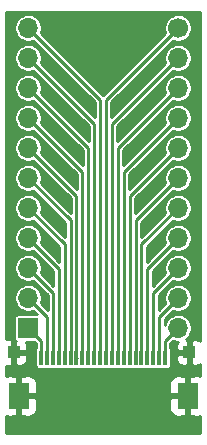
<source format=gbr>
%TF.GenerationSoftware,KiCad,Pcbnew,(5.1.7)-1*%
%TF.CreationDate,2021-02-13T22:19:47+01:00*%
%TF.ProjectId,breakout_longlcd,62726561-6b6f-4757-945f-6c6f6e676c63,rev?*%
%TF.SameCoordinates,Original*%
%TF.FileFunction,Copper,L1,Top*%
%TF.FilePolarity,Positive*%
%FSLAX46Y46*%
G04 Gerber Fmt 4.6, Leading zero omitted, Abs format (unit mm)*
G04 Created by KiCad (PCBNEW (5.1.7)-1) date 2021-02-13 22:19:47*
%MOMM*%
%LPD*%
G01*
G04 APERTURE LIST*
%TA.AperFunction,SMDPad,CuDef*%
%ADD10R,1.000000X1.000000*%
%TD*%
%TA.AperFunction,ComponentPad*%
%ADD11O,1.700000X1.700000*%
%TD*%
%TA.AperFunction,ComponentPad*%
%ADD12C,1.700000*%
%TD*%
%TA.AperFunction,ComponentPad*%
%ADD13R,1.700000X1.700000*%
%TD*%
%TA.AperFunction,SMDPad,CuDef*%
%ADD14R,0.300000X1.300000*%
%TD*%
%TA.AperFunction,SMDPad,CuDef*%
%ADD15R,1.800000X2.200000*%
%TD*%
%TA.AperFunction,ViaPad*%
%ADD16C,0.800000*%
%TD*%
%TA.AperFunction,Conductor*%
%ADD17C,0.250000*%
%TD*%
%TA.AperFunction,Conductor*%
%ADD18C,0.254000*%
%TD*%
%TA.AperFunction,Conductor*%
%ADD19C,0.100000*%
%TD*%
G04 APERTURE END LIST*
D10*
%TO.P,REF\u002A\u002A,1*%
%TO.N,GND*%
X133121400Y-107696000D03*
%TD*%
%TO.P,REF\u002A\u002A,1*%
%TO.N,GND*%
X147980400Y-107696000D03*
%TD*%
D11*
%TO.P,J3,11*%
%TO.N,Net-(J1-Pad22)*%
X147017740Y-105613200D03*
%TO.P,J3,10*%
%TO.N,Net-(J1-Pad21)*%
X147017740Y-103073200D03*
%TO.P,J3,9*%
%TO.N,Net-(J1-Pad20)*%
X147017740Y-100533200D03*
%TO.P,J3,8*%
%TO.N,Net-(J1-Pad19)*%
X147017740Y-97993200D03*
%TO.P,J3,7*%
%TO.N,Net-(J1-Pad18)*%
X147017740Y-95453200D03*
%TO.P,J3,6*%
%TO.N,Net-(J1-Pad17)*%
X147017740Y-92913200D03*
%TO.P,J3,5*%
%TO.N,Net-(J1-Pad16)*%
X147017740Y-90373200D03*
%TO.P,J3,4*%
%TO.N,Net-(J1-Pad15)*%
X147017740Y-87833200D03*
%TO.P,J3,3*%
%TO.N,Net-(J1-Pad14)*%
X147017740Y-85293200D03*
%TO.P,J3,2*%
%TO.N,Net-(J1-Pad13)*%
X147017740Y-82753200D03*
D12*
%TO.P,J3,1*%
%TO.N,Net-(J1-Pad12)*%
X147017740Y-80213200D03*
%TD*%
D11*
%TO.P,J2,11*%
%TO.N,Net-(J1-Pad11)*%
X134317740Y-80213200D03*
%TO.P,J2,10*%
%TO.N,Net-(J1-Pad10)*%
X134317740Y-82753200D03*
%TO.P,J2,9*%
%TO.N,Net-(J1-Pad9)*%
X134317740Y-85293200D03*
%TO.P,J2,8*%
%TO.N,Net-(J1-Pad8)*%
X134317740Y-87833200D03*
%TO.P,J2,7*%
%TO.N,Net-(J1-Pad7)*%
X134317740Y-90373200D03*
%TO.P,J2,6*%
%TO.N,Net-(J1-Pad6)*%
X134317740Y-92913200D03*
%TO.P,J2,5*%
%TO.N,Net-(J1-Pad5)*%
X134317740Y-95453200D03*
%TO.P,J2,4*%
%TO.N,Net-(J1-Pad4)*%
X134317740Y-97993200D03*
%TO.P,J2,3*%
%TO.N,Net-(J1-Pad3)*%
X134317740Y-100533200D03*
%TO.P,J2,2*%
%TO.N,Net-(J1-Pad2)*%
X134317740Y-103073200D03*
D13*
%TO.P,J2,1*%
%TO.N,Net-(J1-Pad1)*%
X134317740Y-105613200D03*
%TD*%
D14*
%TO.P,J1,22*%
%TO.N,Net-(J1-Pad22)*%
X145915200Y-108132000D03*
%TO.P,J1,21*%
%TO.N,Net-(J1-Pad21)*%
X145415200Y-108132000D03*
%TO.P,J1,20*%
%TO.N,Net-(J1-Pad20)*%
X144915200Y-108132000D03*
%TO.P,J1,19*%
%TO.N,Net-(J1-Pad19)*%
X144415200Y-108132000D03*
%TO.P,J1,18*%
%TO.N,Net-(J1-Pad18)*%
X143915200Y-108132000D03*
%TO.P,J1,17*%
%TO.N,Net-(J1-Pad17)*%
X143415200Y-108132000D03*
%TO.P,J1,16*%
%TO.N,Net-(J1-Pad16)*%
X142915200Y-108132000D03*
%TO.P,J1,15*%
%TO.N,Net-(J1-Pad15)*%
X142415200Y-108132000D03*
%TO.P,J1,14*%
%TO.N,Net-(J1-Pad14)*%
X141915200Y-108132000D03*
%TO.P,J1,13*%
%TO.N,Net-(J1-Pad13)*%
X141415200Y-108132000D03*
%TO.P,J1,12*%
%TO.N,Net-(J1-Pad12)*%
X140915200Y-108132000D03*
%TO.P,J1,11*%
%TO.N,Net-(J1-Pad11)*%
X140415200Y-108132000D03*
%TO.P,J1,10*%
%TO.N,Net-(J1-Pad10)*%
X139915200Y-108132000D03*
%TO.P,J1,9*%
%TO.N,Net-(J1-Pad9)*%
X139415200Y-108132000D03*
%TO.P,J1,8*%
%TO.N,Net-(J1-Pad8)*%
X138915200Y-108132000D03*
%TO.P,J1,7*%
%TO.N,Net-(J1-Pad7)*%
X138415200Y-108132000D03*
%TO.P,J1,6*%
%TO.N,Net-(J1-Pad6)*%
X137915200Y-108132000D03*
%TO.P,J1,5*%
%TO.N,Net-(J1-Pad5)*%
X137415200Y-108132000D03*
%TO.P,J1,4*%
%TO.N,Net-(J1-Pad4)*%
X136915200Y-108132000D03*
%TO.P,J1,3*%
%TO.N,Net-(J1-Pad3)*%
X136415200Y-108132000D03*
%TO.P,J1,2*%
%TO.N,Net-(J1-Pad2)*%
X135915200Y-108132000D03*
%TO.P,J1,1*%
%TO.N,Net-(J1-Pad1)*%
X135415200Y-108132000D03*
D15*
%TO.P,J1,MP*%
%TO.N,GND*%
X133515200Y-111382000D03*
X147815200Y-111382000D03*
%TD*%
D16*
%TO.N,GND*%
X147853400Y-113893600D03*
X133527800Y-113792000D03*
X140690600Y-80162400D03*
%TD*%
D17*
%TO.N,Net-(J1-Pad22)*%
X145915200Y-106715740D02*
X147017740Y-105613200D01*
X145915200Y-108132000D02*
X145915200Y-106715740D01*
%TO.N,Net-(J1-Pad21)*%
X145417740Y-108129460D02*
X145417740Y-104673200D01*
X145417740Y-104673200D02*
X147017740Y-103073200D01*
X145415200Y-108132000D02*
X145417740Y-108129460D01*
%TO.N,Net-(J1-Pad20)*%
X144917740Y-102633200D02*
X147017740Y-100533200D01*
X144917740Y-108129460D02*
X144917740Y-102633200D01*
X144915200Y-108132000D02*
X144917740Y-108129460D01*
%TO.N,Net-(J1-Pad19)*%
X144417740Y-108129460D02*
X144417740Y-100593200D01*
X144417740Y-100593200D02*
X147017740Y-97993200D01*
X144415200Y-108132000D02*
X144417740Y-108129460D01*
%TO.N,Net-(J1-Pad18)*%
X143917740Y-98553200D02*
X147017740Y-95453200D01*
X143917740Y-108129460D02*
X143917740Y-98553200D01*
X143915200Y-108132000D02*
X143917740Y-108129460D01*
%TO.N,Net-(J1-Pad17)*%
X143417740Y-96513200D02*
X147017740Y-92913200D01*
X143417740Y-108129460D02*
X143417740Y-96513200D01*
X143415200Y-108132000D02*
X143417740Y-108129460D01*
%TO.N,Net-(J1-Pad16)*%
X142917740Y-108129460D02*
X142915200Y-108132000D01*
X142917740Y-94473200D02*
X142917740Y-108129460D01*
X147017740Y-90373200D02*
X142917740Y-94473200D01*
%TO.N,Net-(J1-Pad15)*%
X142417740Y-108129460D02*
X142415200Y-108132000D01*
X142417740Y-92433200D02*
X142417740Y-108129460D01*
X147017740Y-87833200D02*
X142417740Y-92433200D01*
%TO.N,Net-(J1-Pad14)*%
X141917740Y-108129460D02*
X141915200Y-108132000D01*
X141917740Y-90393200D02*
X141917740Y-108129460D01*
X147017740Y-85293200D02*
X141917740Y-90393200D01*
%TO.N,Net-(J1-Pad13)*%
X141417740Y-108129460D02*
X141415200Y-108132000D01*
X141417740Y-88353200D02*
X141417740Y-108129460D01*
X147017740Y-82753200D02*
X141417740Y-88353200D01*
%TO.N,Net-(J1-Pad12)*%
X140917740Y-108129460D02*
X140915200Y-108132000D01*
X140917740Y-86313200D02*
X140917740Y-108129460D01*
X147017740Y-80213200D02*
X140917740Y-86313200D01*
%TO.N,Net-(J1-Pad11)*%
X140417740Y-108129460D02*
X140415200Y-108132000D01*
X140417740Y-86313200D02*
X140417740Y-108129460D01*
X134317740Y-80213200D02*
X140417740Y-86313200D01*
%TO.N,Net-(J1-Pad10)*%
X139917740Y-108129460D02*
X139915200Y-108132000D01*
X139917740Y-88353200D02*
X139917740Y-108129460D01*
X134317740Y-82753200D02*
X139917740Y-88353200D01*
%TO.N,Net-(J1-Pad9)*%
X139417740Y-108129460D02*
X139415200Y-108132000D01*
X139417740Y-90393200D02*
X139417740Y-108129460D01*
X134317740Y-85293200D02*
X139417740Y-90393200D01*
%TO.N,Net-(J1-Pad8)*%
X138917740Y-92433200D02*
X134317740Y-87833200D01*
X138917740Y-108129460D02*
X138917740Y-92433200D01*
X138915200Y-108132000D02*
X138917740Y-108129460D01*
%TO.N,Net-(J1-Pad7)*%
X138367750Y-94423210D02*
X134317740Y-90373200D01*
X138367750Y-108139210D02*
X138367750Y-94423210D01*
X138417740Y-108189200D02*
X138367750Y-108139210D01*
%TO.N,Net-(J1-Pad6)*%
X137917740Y-96513200D02*
X134317740Y-92913200D01*
X137917740Y-108129460D02*
X137917740Y-96513200D01*
X137915200Y-108132000D02*
X137917740Y-108129460D01*
%TO.N,Net-(J1-Pad5)*%
X137417740Y-108129460D02*
X137417740Y-98553200D01*
X137417740Y-98553200D02*
X134317740Y-95453200D01*
X137415200Y-108132000D02*
X137417740Y-108129460D01*
%TO.N,Net-(J1-Pad4)*%
X136917740Y-100593200D02*
X134317740Y-97993200D01*
X136917740Y-108129460D02*
X136917740Y-100593200D01*
X136915200Y-108132000D02*
X136917740Y-108129460D01*
%TO.N,Net-(J1-Pad3)*%
X136417740Y-102633200D02*
X134317740Y-100533200D01*
X136417740Y-108129460D02*
X136417740Y-102633200D01*
X136415200Y-108132000D02*
X136417740Y-108129460D01*
%TO.N,Net-(J1-Pad2)*%
X135917740Y-104673200D02*
X134317740Y-103073200D01*
X135917740Y-108129460D02*
X135917740Y-104673200D01*
X135915200Y-108132000D02*
X135917740Y-108129460D01*
%TO.N,Net-(J1-Pad1)*%
X135415200Y-106710660D02*
X134317740Y-105613200D01*
X135415200Y-108132000D02*
X135415200Y-106710660D01*
%TD*%
D18*
%TO.N,GND*%
X148898400Y-106717581D02*
X148834894Y-106665463D01*
X148724580Y-106606498D01*
X148604882Y-106570188D01*
X148480400Y-106557928D01*
X148266150Y-106561000D01*
X148107400Y-106719750D01*
X148107400Y-107569000D01*
X148127400Y-107569000D01*
X148127400Y-107823000D01*
X148107400Y-107823000D01*
X148107400Y-108672250D01*
X148266150Y-108831000D01*
X148480400Y-108834072D01*
X148604882Y-108821812D01*
X148724580Y-108785502D01*
X148834894Y-108726537D01*
X148898400Y-108674419D01*
X148898400Y-109674000D01*
X148839682Y-109656188D01*
X148715200Y-109643928D01*
X148100950Y-109647000D01*
X147942200Y-109805750D01*
X147942200Y-111255000D01*
X147962200Y-111255000D01*
X147962200Y-111509000D01*
X147942200Y-111509000D01*
X147942200Y-112958250D01*
X148100950Y-113117000D01*
X148715200Y-113120072D01*
X148839682Y-113107812D01*
X148898400Y-113090000D01*
X148898400Y-114506800D01*
X132482800Y-114506800D01*
X132482800Y-113105410D01*
X132490718Y-113107812D01*
X132615200Y-113120072D01*
X133229450Y-113117000D01*
X133388200Y-112958250D01*
X133388200Y-111509000D01*
X133642200Y-111509000D01*
X133642200Y-112958250D01*
X133800950Y-113117000D01*
X134415200Y-113120072D01*
X134539682Y-113107812D01*
X134659380Y-113071502D01*
X134769694Y-113012537D01*
X134866385Y-112933185D01*
X134945737Y-112836494D01*
X135004702Y-112726180D01*
X135041012Y-112606482D01*
X135053272Y-112482000D01*
X146277128Y-112482000D01*
X146289388Y-112606482D01*
X146325698Y-112726180D01*
X146384663Y-112836494D01*
X146464015Y-112933185D01*
X146560706Y-113012537D01*
X146671020Y-113071502D01*
X146790718Y-113107812D01*
X146915200Y-113120072D01*
X147529450Y-113117000D01*
X147688200Y-112958250D01*
X147688200Y-111509000D01*
X146438950Y-111509000D01*
X146280200Y-111667750D01*
X146277128Y-112482000D01*
X135053272Y-112482000D01*
X135050200Y-111667750D01*
X134891450Y-111509000D01*
X133642200Y-111509000D01*
X133388200Y-111509000D01*
X133368200Y-111509000D01*
X133368200Y-111255000D01*
X133388200Y-111255000D01*
X133388200Y-109805750D01*
X133642200Y-109805750D01*
X133642200Y-111255000D01*
X134891450Y-111255000D01*
X135050200Y-111096250D01*
X135053272Y-110282000D01*
X146277128Y-110282000D01*
X146280200Y-111096250D01*
X146438950Y-111255000D01*
X147688200Y-111255000D01*
X147688200Y-109805750D01*
X147529450Y-109647000D01*
X146915200Y-109643928D01*
X146790718Y-109656188D01*
X146671020Y-109692498D01*
X146560706Y-109751463D01*
X146464015Y-109830815D01*
X146384663Y-109927506D01*
X146325698Y-110037820D01*
X146289388Y-110157518D01*
X146277128Y-110282000D01*
X135053272Y-110282000D01*
X135041012Y-110157518D01*
X135004702Y-110037820D01*
X134945737Y-109927506D01*
X134866385Y-109830815D01*
X134769694Y-109751463D01*
X134659380Y-109692498D01*
X134539682Y-109656188D01*
X134415200Y-109643928D01*
X133800950Y-109647000D01*
X133642200Y-109805750D01*
X133388200Y-109805750D01*
X133229450Y-109647000D01*
X132615200Y-109643928D01*
X132490718Y-109656188D01*
X132482800Y-109658590D01*
X132482800Y-108817529D01*
X132496918Y-108821812D01*
X132621400Y-108834072D01*
X132835650Y-108831000D01*
X132994400Y-108672250D01*
X132994400Y-107823000D01*
X133248400Y-107823000D01*
X133248400Y-108672250D01*
X133407150Y-108831000D01*
X133621400Y-108834072D01*
X133745882Y-108821812D01*
X133865580Y-108785502D01*
X133975894Y-108726537D01*
X134072585Y-108647185D01*
X134151937Y-108550494D01*
X134210902Y-108440180D01*
X134247212Y-108320482D01*
X134259472Y-108196000D01*
X134256400Y-107981750D01*
X134097650Y-107823000D01*
X133248400Y-107823000D01*
X132994400Y-107823000D01*
X132974400Y-107823000D01*
X132974400Y-107569000D01*
X132994400Y-107569000D01*
X132994400Y-106719750D01*
X132835650Y-106561000D01*
X132621400Y-106557928D01*
X132496918Y-106570188D01*
X132482800Y-106574471D01*
X132482800Y-104763200D01*
X133139158Y-104763200D01*
X133139158Y-106463200D01*
X133145472Y-106527303D01*
X133164170Y-106588943D01*
X133194534Y-106645750D01*
X133235397Y-106695543D01*
X133255835Y-106712315D01*
X133248400Y-106719750D01*
X133248400Y-107569000D01*
X134097650Y-107569000D01*
X134256400Y-107410250D01*
X134259472Y-107196000D01*
X134247212Y-107071518D01*
X134210902Y-106951820D01*
X134151937Y-106841506D01*
X134111130Y-106791782D01*
X134857098Y-106791782D01*
X134963201Y-106897885D01*
X134963201Y-107353319D01*
X134961630Y-107356257D01*
X134942932Y-107417897D01*
X134936618Y-107482000D01*
X134936618Y-108782000D01*
X134942932Y-108846103D01*
X134961630Y-108907743D01*
X134991994Y-108964550D01*
X135032857Y-109014343D01*
X135082650Y-109055206D01*
X135139457Y-109085570D01*
X135201097Y-109104268D01*
X135265200Y-109110582D01*
X135565200Y-109110582D01*
X135629303Y-109104268D01*
X135665200Y-109093379D01*
X135701097Y-109104268D01*
X135765200Y-109110582D01*
X136065200Y-109110582D01*
X136129303Y-109104268D01*
X136165200Y-109093379D01*
X136201097Y-109104268D01*
X136265200Y-109110582D01*
X136565200Y-109110582D01*
X136629303Y-109104268D01*
X136665200Y-109093379D01*
X136701097Y-109104268D01*
X136765200Y-109110582D01*
X137065200Y-109110582D01*
X137129303Y-109104268D01*
X137165200Y-109093379D01*
X137201097Y-109104268D01*
X137265200Y-109110582D01*
X137565200Y-109110582D01*
X137629303Y-109104268D01*
X137665200Y-109093379D01*
X137701097Y-109104268D01*
X137765200Y-109110582D01*
X138065200Y-109110582D01*
X138129303Y-109104268D01*
X138165200Y-109093379D01*
X138201097Y-109104268D01*
X138265200Y-109110582D01*
X138565200Y-109110582D01*
X138629303Y-109104268D01*
X138665200Y-109093379D01*
X138701097Y-109104268D01*
X138765200Y-109110582D01*
X139065200Y-109110582D01*
X139129303Y-109104268D01*
X139165200Y-109093379D01*
X139201097Y-109104268D01*
X139265200Y-109110582D01*
X139565200Y-109110582D01*
X139629303Y-109104268D01*
X139665200Y-109093379D01*
X139701097Y-109104268D01*
X139765200Y-109110582D01*
X140065200Y-109110582D01*
X140129303Y-109104268D01*
X140165200Y-109093379D01*
X140201097Y-109104268D01*
X140265200Y-109110582D01*
X140565200Y-109110582D01*
X140629303Y-109104268D01*
X140665200Y-109093379D01*
X140701097Y-109104268D01*
X140765200Y-109110582D01*
X141065200Y-109110582D01*
X141129303Y-109104268D01*
X141165200Y-109093379D01*
X141201097Y-109104268D01*
X141265200Y-109110582D01*
X141565200Y-109110582D01*
X141629303Y-109104268D01*
X141665200Y-109093379D01*
X141701097Y-109104268D01*
X141765200Y-109110582D01*
X142065200Y-109110582D01*
X142129303Y-109104268D01*
X142165200Y-109093379D01*
X142201097Y-109104268D01*
X142265200Y-109110582D01*
X142565200Y-109110582D01*
X142629303Y-109104268D01*
X142665200Y-109093379D01*
X142701097Y-109104268D01*
X142765200Y-109110582D01*
X143065200Y-109110582D01*
X143129303Y-109104268D01*
X143165200Y-109093379D01*
X143201097Y-109104268D01*
X143265200Y-109110582D01*
X143565200Y-109110582D01*
X143629303Y-109104268D01*
X143665200Y-109093379D01*
X143701097Y-109104268D01*
X143765200Y-109110582D01*
X144065200Y-109110582D01*
X144129303Y-109104268D01*
X144165200Y-109093379D01*
X144201097Y-109104268D01*
X144265200Y-109110582D01*
X144565200Y-109110582D01*
X144629303Y-109104268D01*
X144665200Y-109093379D01*
X144701097Y-109104268D01*
X144765200Y-109110582D01*
X145065200Y-109110582D01*
X145129303Y-109104268D01*
X145165200Y-109093379D01*
X145201097Y-109104268D01*
X145265200Y-109110582D01*
X145565200Y-109110582D01*
X145629303Y-109104268D01*
X145665200Y-109093379D01*
X145701097Y-109104268D01*
X145765200Y-109110582D01*
X146065200Y-109110582D01*
X146129303Y-109104268D01*
X146190943Y-109085570D01*
X146247750Y-109055206D01*
X146297543Y-109014343D01*
X146338406Y-108964550D01*
X146368770Y-108907743D01*
X146387468Y-108846103D01*
X146393782Y-108782000D01*
X146393782Y-108196000D01*
X146842328Y-108196000D01*
X146854588Y-108320482D01*
X146890898Y-108440180D01*
X146949863Y-108550494D01*
X147029215Y-108647185D01*
X147125906Y-108726537D01*
X147236220Y-108785502D01*
X147355918Y-108821812D01*
X147480400Y-108834072D01*
X147694650Y-108831000D01*
X147853400Y-108672250D01*
X147853400Y-107823000D01*
X147004150Y-107823000D01*
X146845400Y-107981750D01*
X146842328Y-108196000D01*
X146393782Y-108196000D01*
X146393782Y-107482000D01*
X146387468Y-107417897D01*
X146368770Y-107356257D01*
X146367200Y-107353320D01*
X146367200Y-106902963D01*
X146568902Y-106701261D01*
X146674422Y-106744969D01*
X146901816Y-106790200D01*
X146991969Y-106790200D01*
X146949863Y-106841506D01*
X146890898Y-106951820D01*
X146854588Y-107071518D01*
X146842328Y-107196000D01*
X146845400Y-107410250D01*
X147004150Y-107569000D01*
X147853400Y-107569000D01*
X147853400Y-106719750D01*
X147703923Y-106570273D01*
X147768034Y-106527436D01*
X147931976Y-106363494D01*
X148060784Y-106170719D01*
X148149509Y-105956518D01*
X148194740Y-105729124D01*
X148194740Y-105497276D01*
X148149509Y-105269882D01*
X148060784Y-105055681D01*
X147931976Y-104862906D01*
X147768034Y-104698964D01*
X147575259Y-104570156D01*
X147361058Y-104481431D01*
X147133664Y-104436200D01*
X146901816Y-104436200D01*
X146674422Y-104481431D01*
X146460221Y-104570156D01*
X146267446Y-104698964D01*
X146103504Y-104862906D01*
X145974696Y-105055681D01*
X145885971Y-105269882D01*
X145869740Y-105351482D01*
X145869740Y-104860423D01*
X146568902Y-104161261D01*
X146674422Y-104204969D01*
X146901816Y-104250200D01*
X147133664Y-104250200D01*
X147361058Y-104204969D01*
X147575259Y-104116244D01*
X147768034Y-103987436D01*
X147931976Y-103823494D01*
X148060784Y-103630719D01*
X148149509Y-103416518D01*
X148194740Y-103189124D01*
X148194740Y-102957276D01*
X148149509Y-102729882D01*
X148060784Y-102515681D01*
X147931976Y-102322906D01*
X147768034Y-102158964D01*
X147575259Y-102030156D01*
X147361058Y-101941431D01*
X147133664Y-101896200D01*
X146901816Y-101896200D01*
X146674422Y-101941431D01*
X146460221Y-102030156D01*
X146267446Y-102158964D01*
X146103504Y-102322906D01*
X145974696Y-102515681D01*
X145885971Y-102729882D01*
X145840740Y-102957276D01*
X145840740Y-103189124D01*
X145885971Y-103416518D01*
X145929679Y-103522038D01*
X145369740Y-104081977D01*
X145369740Y-102820423D01*
X146568903Y-101621261D01*
X146674422Y-101664969D01*
X146901816Y-101710200D01*
X147133664Y-101710200D01*
X147361058Y-101664969D01*
X147575259Y-101576244D01*
X147768034Y-101447436D01*
X147931976Y-101283494D01*
X148060784Y-101090719D01*
X148149509Y-100876518D01*
X148194740Y-100649124D01*
X148194740Y-100417276D01*
X148149509Y-100189882D01*
X148060784Y-99975681D01*
X147931976Y-99782906D01*
X147768034Y-99618964D01*
X147575259Y-99490156D01*
X147361058Y-99401431D01*
X147133664Y-99356200D01*
X146901816Y-99356200D01*
X146674422Y-99401431D01*
X146460221Y-99490156D01*
X146267446Y-99618964D01*
X146103504Y-99782906D01*
X145974696Y-99975681D01*
X145885971Y-100189882D01*
X145840740Y-100417276D01*
X145840740Y-100649124D01*
X145885971Y-100876518D01*
X145929679Y-100982037D01*
X144869740Y-102041977D01*
X144869740Y-100780423D01*
X146568903Y-99081262D01*
X146674422Y-99124969D01*
X146901816Y-99170200D01*
X147133664Y-99170200D01*
X147361058Y-99124969D01*
X147575259Y-99036244D01*
X147768034Y-98907436D01*
X147931976Y-98743494D01*
X148060784Y-98550719D01*
X148149509Y-98336518D01*
X148194740Y-98109124D01*
X148194740Y-97877276D01*
X148149509Y-97649882D01*
X148060784Y-97435681D01*
X147931976Y-97242906D01*
X147768034Y-97078964D01*
X147575259Y-96950156D01*
X147361058Y-96861431D01*
X147133664Y-96816200D01*
X146901816Y-96816200D01*
X146674422Y-96861431D01*
X146460221Y-96950156D01*
X146267446Y-97078964D01*
X146103504Y-97242906D01*
X145974696Y-97435681D01*
X145885971Y-97649882D01*
X145840740Y-97877276D01*
X145840740Y-98109124D01*
X145885971Y-98336518D01*
X145929678Y-98442037D01*
X144369740Y-100001977D01*
X144369740Y-98740423D01*
X146568902Y-96541261D01*
X146674422Y-96584969D01*
X146901816Y-96630200D01*
X147133664Y-96630200D01*
X147361058Y-96584969D01*
X147575259Y-96496244D01*
X147768034Y-96367436D01*
X147931976Y-96203494D01*
X148060784Y-96010719D01*
X148149509Y-95796518D01*
X148194740Y-95569124D01*
X148194740Y-95337276D01*
X148149509Y-95109882D01*
X148060784Y-94895681D01*
X147931976Y-94702906D01*
X147768034Y-94538964D01*
X147575259Y-94410156D01*
X147361058Y-94321431D01*
X147133664Y-94276200D01*
X146901816Y-94276200D01*
X146674422Y-94321431D01*
X146460221Y-94410156D01*
X146267446Y-94538964D01*
X146103504Y-94702906D01*
X145974696Y-94895681D01*
X145885971Y-95109882D01*
X145840740Y-95337276D01*
X145840740Y-95569124D01*
X145885971Y-95796518D01*
X145929679Y-95902038D01*
X143869740Y-97961977D01*
X143869740Y-96700423D01*
X146568902Y-94001261D01*
X146674422Y-94044969D01*
X146901816Y-94090200D01*
X147133664Y-94090200D01*
X147361058Y-94044969D01*
X147575259Y-93956244D01*
X147768034Y-93827436D01*
X147931976Y-93663494D01*
X148060784Y-93470719D01*
X148149509Y-93256518D01*
X148194740Y-93029124D01*
X148194740Y-92797276D01*
X148149509Y-92569882D01*
X148060784Y-92355681D01*
X147931976Y-92162906D01*
X147768034Y-91998964D01*
X147575259Y-91870156D01*
X147361058Y-91781431D01*
X147133664Y-91736200D01*
X146901816Y-91736200D01*
X146674422Y-91781431D01*
X146460221Y-91870156D01*
X146267446Y-91998964D01*
X146103504Y-92162906D01*
X145974696Y-92355681D01*
X145885971Y-92569882D01*
X145840740Y-92797276D01*
X145840740Y-93029124D01*
X145885971Y-93256518D01*
X145929679Y-93362038D01*
X143369740Y-95921977D01*
X143369740Y-94660423D01*
X146568902Y-91461261D01*
X146674422Y-91504969D01*
X146901816Y-91550200D01*
X147133664Y-91550200D01*
X147361058Y-91504969D01*
X147575259Y-91416244D01*
X147768034Y-91287436D01*
X147931976Y-91123494D01*
X148060784Y-90930719D01*
X148149509Y-90716518D01*
X148194740Y-90489124D01*
X148194740Y-90257276D01*
X148149509Y-90029882D01*
X148060784Y-89815681D01*
X147931976Y-89622906D01*
X147768034Y-89458964D01*
X147575259Y-89330156D01*
X147361058Y-89241431D01*
X147133664Y-89196200D01*
X146901816Y-89196200D01*
X146674422Y-89241431D01*
X146460221Y-89330156D01*
X146267446Y-89458964D01*
X146103504Y-89622906D01*
X145974696Y-89815681D01*
X145885971Y-90029882D01*
X145840740Y-90257276D01*
X145840740Y-90489124D01*
X145885971Y-90716518D01*
X145929679Y-90822038D01*
X142869740Y-93881977D01*
X142869740Y-92620423D01*
X146568903Y-88921262D01*
X146674422Y-88964969D01*
X146901816Y-89010200D01*
X147133664Y-89010200D01*
X147361058Y-88964969D01*
X147575259Y-88876244D01*
X147768034Y-88747436D01*
X147931976Y-88583494D01*
X148060784Y-88390719D01*
X148149509Y-88176518D01*
X148194740Y-87949124D01*
X148194740Y-87717276D01*
X148149509Y-87489882D01*
X148060784Y-87275681D01*
X147931976Y-87082906D01*
X147768034Y-86918964D01*
X147575259Y-86790156D01*
X147361058Y-86701431D01*
X147133664Y-86656200D01*
X146901816Y-86656200D01*
X146674422Y-86701431D01*
X146460221Y-86790156D01*
X146267446Y-86918964D01*
X146103504Y-87082906D01*
X145974696Y-87275681D01*
X145885971Y-87489882D01*
X145840740Y-87717276D01*
X145840740Y-87949124D01*
X145885971Y-88176518D01*
X145929678Y-88282037D01*
X142369740Y-91841977D01*
X142369740Y-90580423D01*
X146568903Y-86381262D01*
X146674422Y-86424969D01*
X146901816Y-86470200D01*
X147133664Y-86470200D01*
X147361058Y-86424969D01*
X147575259Y-86336244D01*
X147768034Y-86207436D01*
X147931976Y-86043494D01*
X148060784Y-85850719D01*
X148149509Y-85636518D01*
X148194740Y-85409124D01*
X148194740Y-85177276D01*
X148149509Y-84949882D01*
X148060784Y-84735681D01*
X147931976Y-84542906D01*
X147768034Y-84378964D01*
X147575259Y-84250156D01*
X147361058Y-84161431D01*
X147133664Y-84116200D01*
X146901816Y-84116200D01*
X146674422Y-84161431D01*
X146460221Y-84250156D01*
X146267446Y-84378964D01*
X146103504Y-84542906D01*
X145974696Y-84735681D01*
X145885971Y-84949882D01*
X145840740Y-85177276D01*
X145840740Y-85409124D01*
X145885971Y-85636518D01*
X145929678Y-85742037D01*
X141869740Y-89801977D01*
X141869740Y-88540423D01*
X146568902Y-83841261D01*
X146674422Y-83884969D01*
X146901816Y-83930200D01*
X147133664Y-83930200D01*
X147361058Y-83884969D01*
X147575259Y-83796244D01*
X147768034Y-83667436D01*
X147931976Y-83503494D01*
X148060784Y-83310719D01*
X148149509Y-83096518D01*
X148194740Y-82869124D01*
X148194740Y-82637276D01*
X148149509Y-82409882D01*
X148060784Y-82195681D01*
X147931976Y-82002906D01*
X147768034Y-81838964D01*
X147575259Y-81710156D01*
X147361058Y-81621431D01*
X147133664Y-81576200D01*
X146901816Y-81576200D01*
X146674422Y-81621431D01*
X146460221Y-81710156D01*
X146267446Y-81838964D01*
X146103504Y-82002906D01*
X145974696Y-82195681D01*
X145885971Y-82409882D01*
X145840740Y-82637276D01*
X145840740Y-82869124D01*
X145885971Y-83096518D01*
X145929679Y-83202038D01*
X141369740Y-87761977D01*
X141369740Y-86500423D01*
X146568903Y-81301261D01*
X146674422Y-81344969D01*
X146901816Y-81390200D01*
X147133664Y-81390200D01*
X147361058Y-81344969D01*
X147575259Y-81256244D01*
X147768034Y-81127436D01*
X147931976Y-80963494D01*
X148060784Y-80770719D01*
X148149509Y-80556518D01*
X148194740Y-80329124D01*
X148194740Y-80097276D01*
X148149509Y-79869882D01*
X148060784Y-79655681D01*
X147931976Y-79462906D01*
X147768034Y-79298964D01*
X147575259Y-79170156D01*
X147361058Y-79081431D01*
X147133664Y-79036200D01*
X146901816Y-79036200D01*
X146674422Y-79081431D01*
X146460221Y-79170156D01*
X146267446Y-79298964D01*
X146103504Y-79462906D01*
X145974696Y-79655681D01*
X145885971Y-79869882D01*
X145840740Y-80097276D01*
X145840740Y-80329124D01*
X145885971Y-80556518D01*
X145929679Y-80662037D01*
X140667740Y-85923976D01*
X135405801Y-80662038D01*
X135449509Y-80556518D01*
X135494740Y-80329124D01*
X135494740Y-80097276D01*
X135449509Y-79869882D01*
X135360784Y-79655681D01*
X135231976Y-79462906D01*
X135068034Y-79298964D01*
X134875259Y-79170156D01*
X134661058Y-79081431D01*
X134433664Y-79036200D01*
X134201816Y-79036200D01*
X133974422Y-79081431D01*
X133760221Y-79170156D01*
X133567446Y-79298964D01*
X133403504Y-79462906D01*
X133274696Y-79655681D01*
X133185971Y-79869882D01*
X133140740Y-80097276D01*
X133140740Y-80329124D01*
X133185971Y-80556518D01*
X133274696Y-80770719D01*
X133403504Y-80963494D01*
X133567446Y-81127436D01*
X133760221Y-81256244D01*
X133974422Y-81344969D01*
X134201816Y-81390200D01*
X134433664Y-81390200D01*
X134661058Y-81344969D01*
X134766578Y-81301261D01*
X139965740Y-86500424D01*
X139965740Y-87761976D01*
X135405801Y-83202038D01*
X135449509Y-83096518D01*
X135494740Y-82869124D01*
X135494740Y-82637276D01*
X135449509Y-82409882D01*
X135360784Y-82195681D01*
X135231976Y-82002906D01*
X135068034Y-81838964D01*
X134875259Y-81710156D01*
X134661058Y-81621431D01*
X134433664Y-81576200D01*
X134201816Y-81576200D01*
X133974422Y-81621431D01*
X133760221Y-81710156D01*
X133567446Y-81838964D01*
X133403504Y-82002906D01*
X133274696Y-82195681D01*
X133185971Y-82409882D01*
X133140740Y-82637276D01*
X133140740Y-82869124D01*
X133185971Y-83096518D01*
X133274696Y-83310719D01*
X133403504Y-83503494D01*
X133567446Y-83667436D01*
X133760221Y-83796244D01*
X133974422Y-83884969D01*
X134201816Y-83930200D01*
X134433664Y-83930200D01*
X134661058Y-83884969D01*
X134766578Y-83841261D01*
X139465740Y-88540424D01*
X139465740Y-89801975D01*
X135405801Y-85742038D01*
X135449509Y-85636518D01*
X135494740Y-85409124D01*
X135494740Y-85177276D01*
X135449509Y-84949882D01*
X135360784Y-84735681D01*
X135231976Y-84542906D01*
X135068034Y-84378964D01*
X134875259Y-84250156D01*
X134661058Y-84161431D01*
X134433664Y-84116200D01*
X134201816Y-84116200D01*
X133974422Y-84161431D01*
X133760221Y-84250156D01*
X133567446Y-84378964D01*
X133403504Y-84542906D01*
X133274696Y-84735681D01*
X133185971Y-84949882D01*
X133140740Y-85177276D01*
X133140740Y-85409124D01*
X133185971Y-85636518D01*
X133274696Y-85850719D01*
X133403504Y-86043494D01*
X133567446Y-86207436D01*
X133760221Y-86336244D01*
X133974422Y-86424969D01*
X134201816Y-86470200D01*
X134433664Y-86470200D01*
X134661058Y-86424969D01*
X134766578Y-86381261D01*
X138965740Y-90580425D01*
X138965740Y-91841975D01*
X135405801Y-88282038D01*
X135449509Y-88176518D01*
X135494740Y-87949124D01*
X135494740Y-87717276D01*
X135449509Y-87489882D01*
X135360784Y-87275681D01*
X135231976Y-87082906D01*
X135068034Y-86918964D01*
X134875259Y-86790156D01*
X134661058Y-86701431D01*
X134433664Y-86656200D01*
X134201816Y-86656200D01*
X133974422Y-86701431D01*
X133760221Y-86790156D01*
X133567446Y-86918964D01*
X133403504Y-87082906D01*
X133274696Y-87275681D01*
X133185971Y-87489882D01*
X133140740Y-87717276D01*
X133140740Y-87949124D01*
X133185971Y-88176518D01*
X133274696Y-88390719D01*
X133403504Y-88583494D01*
X133567446Y-88747436D01*
X133760221Y-88876244D01*
X133974422Y-88964969D01*
X134201816Y-89010200D01*
X134433664Y-89010200D01*
X134661058Y-88964969D01*
X134766578Y-88921261D01*
X138465741Y-92620426D01*
X138465741Y-93881976D01*
X135405801Y-90822038D01*
X135449509Y-90716518D01*
X135494740Y-90489124D01*
X135494740Y-90257276D01*
X135449509Y-90029882D01*
X135360784Y-89815681D01*
X135231976Y-89622906D01*
X135068034Y-89458964D01*
X134875259Y-89330156D01*
X134661058Y-89241431D01*
X134433664Y-89196200D01*
X134201816Y-89196200D01*
X133974422Y-89241431D01*
X133760221Y-89330156D01*
X133567446Y-89458964D01*
X133403504Y-89622906D01*
X133274696Y-89815681D01*
X133185971Y-90029882D01*
X133140740Y-90257276D01*
X133140740Y-90489124D01*
X133185971Y-90716518D01*
X133274696Y-90930719D01*
X133403504Y-91123494D01*
X133567446Y-91287436D01*
X133760221Y-91416244D01*
X133974422Y-91504969D01*
X134201816Y-91550200D01*
X134433664Y-91550200D01*
X134661058Y-91504969D01*
X134766578Y-91461261D01*
X137915751Y-94610436D01*
X137915751Y-95871987D01*
X135405801Y-93362038D01*
X135449509Y-93256518D01*
X135494740Y-93029124D01*
X135494740Y-92797276D01*
X135449509Y-92569882D01*
X135360784Y-92355681D01*
X135231976Y-92162906D01*
X135068034Y-91998964D01*
X134875259Y-91870156D01*
X134661058Y-91781431D01*
X134433664Y-91736200D01*
X134201816Y-91736200D01*
X133974422Y-91781431D01*
X133760221Y-91870156D01*
X133567446Y-91998964D01*
X133403504Y-92162906D01*
X133274696Y-92355681D01*
X133185971Y-92569882D01*
X133140740Y-92797276D01*
X133140740Y-93029124D01*
X133185971Y-93256518D01*
X133274696Y-93470719D01*
X133403504Y-93663494D01*
X133567446Y-93827436D01*
X133760221Y-93956244D01*
X133974422Y-94044969D01*
X134201816Y-94090200D01*
X134433664Y-94090200D01*
X134661058Y-94044969D01*
X134766578Y-94001261D01*
X137465741Y-96700425D01*
X137465741Y-97961977D01*
X135405801Y-95902038D01*
X135449509Y-95796518D01*
X135494740Y-95569124D01*
X135494740Y-95337276D01*
X135449509Y-95109882D01*
X135360784Y-94895681D01*
X135231976Y-94702906D01*
X135068034Y-94538964D01*
X134875259Y-94410156D01*
X134661058Y-94321431D01*
X134433664Y-94276200D01*
X134201816Y-94276200D01*
X133974422Y-94321431D01*
X133760221Y-94410156D01*
X133567446Y-94538964D01*
X133403504Y-94702906D01*
X133274696Y-94895681D01*
X133185971Y-95109882D01*
X133140740Y-95337276D01*
X133140740Y-95569124D01*
X133185971Y-95796518D01*
X133274696Y-96010719D01*
X133403504Y-96203494D01*
X133567446Y-96367436D01*
X133760221Y-96496244D01*
X133974422Y-96584969D01*
X134201816Y-96630200D01*
X134433664Y-96630200D01*
X134661058Y-96584969D01*
X134766578Y-96541261D01*
X136965741Y-98740425D01*
X136965741Y-100001976D01*
X135405801Y-98442038D01*
X135449509Y-98336518D01*
X135494740Y-98109124D01*
X135494740Y-97877276D01*
X135449509Y-97649882D01*
X135360784Y-97435681D01*
X135231976Y-97242906D01*
X135068034Y-97078964D01*
X134875259Y-96950156D01*
X134661058Y-96861431D01*
X134433664Y-96816200D01*
X134201816Y-96816200D01*
X133974422Y-96861431D01*
X133760221Y-96950156D01*
X133567446Y-97078964D01*
X133403504Y-97242906D01*
X133274696Y-97435681D01*
X133185971Y-97649882D01*
X133140740Y-97877276D01*
X133140740Y-98109124D01*
X133185971Y-98336518D01*
X133274696Y-98550719D01*
X133403504Y-98743494D01*
X133567446Y-98907436D01*
X133760221Y-99036244D01*
X133974422Y-99124969D01*
X134201816Y-99170200D01*
X134433664Y-99170200D01*
X134661058Y-99124969D01*
X134766578Y-99081261D01*
X136465741Y-100780426D01*
X136465741Y-102041976D01*
X135405801Y-100982038D01*
X135449509Y-100876518D01*
X135494740Y-100649124D01*
X135494740Y-100417276D01*
X135449509Y-100189882D01*
X135360784Y-99975681D01*
X135231976Y-99782906D01*
X135068034Y-99618964D01*
X134875259Y-99490156D01*
X134661058Y-99401431D01*
X134433664Y-99356200D01*
X134201816Y-99356200D01*
X133974422Y-99401431D01*
X133760221Y-99490156D01*
X133567446Y-99618964D01*
X133403504Y-99782906D01*
X133274696Y-99975681D01*
X133185971Y-100189882D01*
X133140740Y-100417276D01*
X133140740Y-100649124D01*
X133185971Y-100876518D01*
X133274696Y-101090719D01*
X133403504Y-101283494D01*
X133567446Y-101447436D01*
X133760221Y-101576244D01*
X133974422Y-101664969D01*
X134201816Y-101710200D01*
X134433664Y-101710200D01*
X134661058Y-101664969D01*
X134766578Y-101621261D01*
X135965741Y-102820426D01*
X135965741Y-104081977D01*
X135405801Y-103522038D01*
X135449509Y-103416518D01*
X135494740Y-103189124D01*
X135494740Y-102957276D01*
X135449509Y-102729882D01*
X135360784Y-102515681D01*
X135231976Y-102322906D01*
X135068034Y-102158964D01*
X134875259Y-102030156D01*
X134661058Y-101941431D01*
X134433664Y-101896200D01*
X134201816Y-101896200D01*
X133974422Y-101941431D01*
X133760221Y-102030156D01*
X133567446Y-102158964D01*
X133403504Y-102322906D01*
X133274696Y-102515681D01*
X133185971Y-102729882D01*
X133140740Y-102957276D01*
X133140740Y-103189124D01*
X133185971Y-103416518D01*
X133274696Y-103630719D01*
X133403504Y-103823494D01*
X133567446Y-103987436D01*
X133760221Y-104116244D01*
X133974422Y-104204969D01*
X134201816Y-104250200D01*
X134433664Y-104250200D01*
X134661058Y-104204969D01*
X134766578Y-104161261D01*
X135039934Y-104434618D01*
X133467740Y-104434618D01*
X133403637Y-104440932D01*
X133341997Y-104459630D01*
X133285190Y-104489994D01*
X133235397Y-104530857D01*
X133194534Y-104580650D01*
X133164170Y-104637457D01*
X133145472Y-104699097D01*
X133139158Y-104763200D01*
X132482800Y-104763200D01*
X132482800Y-78888800D01*
X148898401Y-78888800D01*
X148898400Y-106717581D01*
%TA.AperFunction,Conductor*%
D19*
G36*
X148898400Y-106717581D02*
G01*
X148834894Y-106665463D01*
X148724580Y-106606498D01*
X148604882Y-106570188D01*
X148480400Y-106557928D01*
X148266150Y-106561000D01*
X148107400Y-106719750D01*
X148107400Y-107569000D01*
X148127400Y-107569000D01*
X148127400Y-107823000D01*
X148107400Y-107823000D01*
X148107400Y-108672250D01*
X148266150Y-108831000D01*
X148480400Y-108834072D01*
X148604882Y-108821812D01*
X148724580Y-108785502D01*
X148834894Y-108726537D01*
X148898400Y-108674419D01*
X148898400Y-109674000D01*
X148839682Y-109656188D01*
X148715200Y-109643928D01*
X148100950Y-109647000D01*
X147942200Y-109805750D01*
X147942200Y-111255000D01*
X147962200Y-111255000D01*
X147962200Y-111509000D01*
X147942200Y-111509000D01*
X147942200Y-112958250D01*
X148100950Y-113117000D01*
X148715200Y-113120072D01*
X148839682Y-113107812D01*
X148898400Y-113090000D01*
X148898400Y-114506800D01*
X132482800Y-114506800D01*
X132482800Y-113105410D01*
X132490718Y-113107812D01*
X132615200Y-113120072D01*
X133229450Y-113117000D01*
X133388200Y-112958250D01*
X133388200Y-111509000D01*
X133642200Y-111509000D01*
X133642200Y-112958250D01*
X133800950Y-113117000D01*
X134415200Y-113120072D01*
X134539682Y-113107812D01*
X134659380Y-113071502D01*
X134769694Y-113012537D01*
X134866385Y-112933185D01*
X134945737Y-112836494D01*
X135004702Y-112726180D01*
X135041012Y-112606482D01*
X135053272Y-112482000D01*
X146277128Y-112482000D01*
X146289388Y-112606482D01*
X146325698Y-112726180D01*
X146384663Y-112836494D01*
X146464015Y-112933185D01*
X146560706Y-113012537D01*
X146671020Y-113071502D01*
X146790718Y-113107812D01*
X146915200Y-113120072D01*
X147529450Y-113117000D01*
X147688200Y-112958250D01*
X147688200Y-111509000D01*
X146438950Y-111509000D01*
X146280200Y-111667750D01*
X146277128Y-112482000D01*
X135053272Y-112482000D01*
X135050200Y-111667750D01*
X134891450Y-111509000D01*
X133642200Y-111509000D01*
X133388200Y-111509000D01*
X133368200Y-111509000D01*
X133368200Y-111255000D01*
X133388200Y-111255000D01*
X133388200Y-109805750D01*
X133642200Y-109805750D01*
X133642200Y-111255000D01*
X134891450Y-111255000D01*
X135050200Y-111096250D01*
X135053272Y-110282000D01*
X146277128Y-110282000D01*
X146280200Y-111096250D01*
X146438950Y-111255000D01*
X147688200Y-111255000D01*
X147688200Y-109805750D01*
X147529450Y-109647000D01*
X146915200Y-109643928D01*
X146790718Y-109656188D01*
X146671020Y-109692498D01*
X146560706Y-109751463D01*
X146464015Y-109830815D01*
X146384663Y-109927506D01*
X146325698Y-110037820D01*
X146289388Y-110157518D01*
X146277128Y-110282000D01*
X135053272Y-110282000D01*
X135041012Y-110157518D01*
X135004702Y-110037820D01*
X134945737Y-109927506D01*
X134866385Y-109830815D01*
X134769694Y-109751463D01*
X134659380Y-109692498D01*
X134539682Y-109656188D01*
X134415200Y-109643928D01*
X133800950Y-109647000D01*
X133642200Y-109805750D01*
X133388200Y-109805750D01*
X133229450Y-109647000D01*
X132615200Y-109643928D01*
X132490718Y-109656188D01*
X132482800Y-109658590D01*
X132482800Y-108817529D01*
X132496918Y-108821812D01*
X132621400Y-108834072D01*
X132835650Y-108831000D01*
X132994400Y-108672250D01*
X132994400Y-107823000D01*
X133248400Y-107823000D01*
X133248400Y-108672250D01*
X133407150Y-108831000D01*
X133621400Y-108834072D01*
X133745882Y-108821812D01*
X133865580Y-108785502D01*
X133975894Y-108726537D01*
X134072585Y-108647185D01*
X134151937Y-108550494D01*
X134210902Y-108440180D01*
X134247212Y-108320482D01*
X134259472Y-108196000D01*
X134256400Y-107981750D01*
X134097650Y-107823000D01*
X133248400Y-107823000D01*
X132994400Y-107823000D01*
X132974400Y-107823000D01*
X132974400Y-107569000D01*
X132994400Y-107569000D01*
X132994400Y-106719750D01*
X132835650Y-106561000D01*
X132621400Y-106557928D01*
X132496918Y-106570188D01*
X132482800Y-106574471D01*
X132482800Y-104763200D01*
X133139158Y-104763200D01*
X133139158Y-106463200D01*
X133145472Y-106527303D01*
X133164170Y-106588943D01*
X133194534Y-106645750D01*
X133235397Y-106695543D01*
X133255835Y-106712315D01*
X133248400Y-106719750D01*
X133248400Y-107569000D01*
X134097650Y-107569000D01*
X134256400Y-107410250D01*
X134259472Y-107196000D01*
X134247212Y-107071518D01*
X134210902Y-106951820D01*
X134151937Y-106841506D01*
X134111130Y-106791782D01*
X134857098Y-106791782D01*
X134963201Y-106897885D01*
X134963201Y-107353319D01*
X134961630Y-107356257D01*
X134942932Y-107417897D01*
X134936618Y-107482000D01*
X134936618Y-108782000D01*
X134942932Y-108846103D01*
X134961630Y-108907743D01*
X134991994Y-108964550D01*
X135032857Y-109014343D01*
X135082650Y-109055206D01*
X135139457Y-109085570D01*
X135201097Y-109104268D01*
X135265200Y-109110582D01*
X135565200Y-109110582D01*
X135629303Y-109104268D01*
X135665200Y-109093379D01*
X135701097Y-109104268D01*
X135765200Y-109110582D01*
X136065200Y-109110582D01*
X136129303Y-109104268D01*
X136165200Y-109093379D01*
X136201097Y-109104268D01*
X136265200Y-109110582D01*
X136565200Y-109110582D01*
X136629303Y-109104268D01*
X136665200Y-109093379D01*
X136701097Y-109104268D01*
X136765200Y-109110582D01*
X137065200Y-109110582D01*
X137129303Y-109104268D01*
X137165200Y-109093379D01*
X137201097Y-109104268D01*
X137265200Y-109110582D01*
X137565200Y-109110582D01*
X137629303Y-109104268D01*
X137665200Y-109093379D01*
X137701097Y-109104268D01*
X137765200Y-109110582D01*
X138065200Y-109110582D01*
X138129303Y-109104268D01*
X138165200Y-109093379D01*
X138201097Y-109104268D01*
X138265200Y-109110582D01*
X138565200Y-109110582D01*
X138629303Y-109104268D01*
X138665200Y-109093379D01*
X138701097Y-109104268D01*
X138765200Y-109110582D01*
X139065200Y-109110582D01*
X139129303Y-109104268D01*
X139165200Y-109093379D01*
X139201097Y-109104268D01*
X139265200Y-109110582D01*
X139565200Y-109110582D01*
X139629303Y-109104268D01*
X139665200Y-109093379D01*
X139701097Y-109104268D01*
X139765200Y-109110582D01*
X140065200Y-109110582D01*
X140129303Y-109104268D01*
X140165200Y-109093379D01*
X140201097Y-109104268D01*
X140265200Y-109110582D01*
X140565200Y-109110582D01*
X140629303Y-109104268D01*
X140665200Y-109093379D01*
X140701097Y-109104268D01*
X140765200Y-109110582D01*
X141065200Y-109110582D01*
X141129303Y-109104268D01*
X141165200Y-109093379D01*
X141201097Y-109104268D01*
X141265200Y-109110582D01*
X141565200Y-109110582D01*
X141629303Y-109104268D01*
X141665200Y-109093379D01*
X141701097Y-109104268D01*
X141765200Y-109110582D01*
X142065200Y-109110582D01*
X142129303Y-109104268D01*
X142165200Y-109093379D01*
X142201097Y-109104268D01*
X142265200Y-109110582D01*
X142565200Y-109110582D01*
X142629303Y-109104268D01*
X142665200Y-109093379D01*
X142701097Y-109104268D01*
X142765200Y-109110582D01*
X143065200Y-109110582D01*
X143129303Y-109104268D01*
X143165200Y-109093379D01*
X143201097Y-109104268D01*
X143265200Y-109110582D01*
X143565200Y-109110582D01*
X143629303Y-109104268D01*
X143665200Y-109093379D01*
X143701097Y-109104268D01*
X143765200Y-109110582D01*
X144065200Y-109110582D01*
X144129303Y-109104268D01*
X144165200Y-109093379D01*
X144201097Y-109104268D01*
X144265200Y-109110582D01*
X144565200Y-109110582D01*
X144629303Y-109104268D01*
X144665200Y-109093379D01*
X144701097Y-109104268D01*
X144765200Y-109110582D01*
X145065200Y-109110582D01*
X145129303Y-109104268D01*
X145165200Y-109093379D01*
X145201097Y-109104268D01*
X145265200Y-109110582D01*
X145565200Y-109110582D01*
X145629303Y-109104268D01*
X145665200Y-109093379D01*
X145701097Y-109104268D01*
X145765200Y-109110582D01*
X146065200Y-109110582D01*
X146129303Y-109104268D01*
X146190943Y-109085570D01*
X146247750Y-109055206D01*
X146297543Y-109014343D01*
X146338406Y-108964550D01*
X146368770Y-108907743D01*
X146387468Y-108846103D01*
X146393782Y-108782000D01*
X146393782Y-108196000D01*
X146842328Y-108196000D01*
X146854588Y-108320482D01*
X146890898Y-108440180D01*
X146949863Y-108550494D01*
X147029215Y-108647185D01*
X147125906Y-108726537D01*
X147236220Y-108785502D01*
X147355918Y-108821812D01*
X147480400Y-108834072D01*
X147694650Y-108831000D01*
X147853400Y-108672250D01*
X147853400Y-107823000D01*
X147004150Y-107823000D01*
X146845400Y-107981750D01*
X146842328Y-108196000D01*
X146393782Y-108196000D01*
X146393782Y-107482000D01*
X146387468Y-107417897D01*
X146368770Y-107356257D01*
X146367200Y-107353320D01*
X146367200Y-106902963D01*
X146568902Y-106701261D01*
X146674422Y-106744969D01*
X146901816Y-106790200D01*
X146991969Y-106790200D01*
X146949863Y-106841506D01*
X146890898Y-106951820D01*
X146854588Y-107071518D01*
X146842328Y-107196000D01*
X146845400Y-107410250D01*
X147004150Y-107569000D01*
X147853400Y-107569000D01*
X147853400Y-106719750D01*
X147703923Y-106570273D01*
X147768034Y-106527436D01*
X147931976Y-106363494D01*
X148060784Y-106170719D01*
X148149509Y-105956518D01*
X148194740Y-105729124D01*
X148194740Y-105497276D01*
X148149509Y-105269882D01*
X148060784Y-105055681D01*
X147931976Y-104862906D01*
X147768034Y-104698964D01*
X147575259Y-104570156D01*
X147361058Y-104481431D01*
X147133664Y-104436200D01*
X146901816Y-104436200D01*
X146674422Y-104481431D01*
X146460221Y-104570156D01*
X146267446Y-104698964D01*
X146103504Y-104862906D01*
X145974696Y-105055681D01*
X145885971Y-105269882D01*
X145869740Y-105351482D01*
X145869740Y-104860423D01*
X146568902Y-104161261D01*
X146674422Y-104204969D01*
X146901816Y-104250200D01*
X147133664Y-104250200D01*
X147361058Y-104204969D01*
X147575259Y-104116244D01*
X147768034Y-103987436D01*
X147931976Y-103823494D01*
X148060784Y-103630719D01*
X148149509Y-103416518D01*
X148194740Y-103189124D01*
X148194740Y-102957276D01*
X148149509Y-102729882D01*
X148060784Y-102515681D01*
X147931976Y-102322906D01*
X147768034Y-102158964D01*
X147575259Y-102030156D01*
X147361058Y-101941431D01*
X147133664Y-101896200D01*
X146901816Y-101896200D01*
X146674422Y-101941431D01*
X146460221Y-102030156D01*
X146267446Y-102158964D01*
X146103504Y-102322906D01*
X145974696Y-102515681D01*
X145885971Y-102729882D01*
X145840740Y-102957276D01*
X145840740Y-103189124D01*
X145885971Y-103416518D01*
X145929679Y-103522038D01*
X145369740Y-104081977D01*
X145369740Y-102820423D01*
X146568903Y-101621261D01*
X146674422Y-101664969D01*
X146901816Y-101710200D01*
X147133664Y-101710200D01*
X147361058Y-101664969D01*
X147575259Y-101576244D01*
X147768034Y-101447436D01*
X147931976Y-101283494D01*
X148060784Y-101090719D01*
X148149509Y-100876518D01*
X148194740Y-100649124D01*
X148194740Y-100417276D01*
X148149509Y-100189882D01*
X148060784Y-99975681D01*
X147931976Y-99782906D01*
X147768034Y-99618964D01*
X147575259Y-99490156D01*
X147361058Y-99401431D01*
X147133664Y-99356200D01*
X146901816Y-99356200D01*
X146674422Y-99401431D01*
X146460221Y-99490156D01*
X146267446Y-99618964D01*
X146103504Y-99782906D01*
X145974696Y-99975681D01*
X145885971Y-100189882D01*
X145840740Y-100417276D01*
X145840740Y-100649124D01*
X145885971Y-100876518D01*
X145929679Y-100982037D01*
X144869740Y-102041977D01*
X144869740Y-100780423D01*
X146568903Y-99081262D01*
X146674422Y-99124969D01*
X146901816Y-99170200D01*
X147133664Y-99170200D01*
X147361058Y-99124969D01*
X147575259Y-99036244D01*
X147768034Y-98907436D01*
X147931976Y-98743494D01*
X148060784Y-98550719D01*
X148149509Y-98336518D01*
X148194740Y-98109124D01*
X148194740Y-97877276D01*
X148149509Y-97649882D01*
X148060784Y-97435681D01*
X147931976Y-97242906D01*
X147768034Y-97078964D01*
X147575259Y-96950156D01*
X147361058Y-96861431D01*
X147133664Y-96816200D01*
X146901816Y-96816200D01*
X146674422Y-96861431D01*
X146460221Y-96950156D01*
X146267446Y-97078964D01*
X146103504Y-97242906D01*
X145974696Y-97435681D01*
X145885971Y-97649882D01*
X145840740Y-97877276D01*
X145840740Y-98109124D01*
X145885971Y-98336518D01*
X145929678Y-98442037D01*
X144369740Y-100001977D01*
X144369740Y-98740423D01*
X146568902Y-96541261D01*
X146674422Y-96584969D01*
X146901816Y-96630200D01*
X147133664Y-96630200D01*
X147361058Y-96584969D01*
X147575259Y-96496244D01*
X147768034Y-96367436D01*
X147931976Y-96203494D01*
X148060784Y-96010719D01*
X148149509Y-95796518D01*
X148194740Y-95569124D01*
X148194740Y-95337276D01*
X148149509Y-95109882D01*
X148060784Y-94895681D01*
X147931976Y-94702906D01*
X147768034Y-94538964D01*
X147575259Y-94410156D01*
X147361058Y-94321431D01*
X147133664Y-94276200D01*
X146901816Y-94276200D01*
X146674422Y-94321431D01*
X146460221Y-94410156D01*
X146267446Y-94538964D01*
X146103504Y-94702906D01*
X145974696Y-94895681D01*
X145885971Y-95109882D01*
X145840740Y-95337276D01*
X145840740Y-95569124D01*
X145885971Y-95796518D01*
X145929679Y-95902038D01*
X143869740Y-97961977D01*
X143869740Y-96700423D01*
X146568902Y-94001261D01*
X146674422Y-94044969D01*
X146901816Y-94090200D01*
X147133664Y-94090200D01*
X147361058Y-94044969D01*
X147575259Y-93956244D01*
X147768034Y-93827436D01*
X147931976Y-93663494D01*
X148060784Y-93470719D01*
X148149509Y-93256518D01*
X148194740Y-93029124D01*
X148194740Y-92797276D01*
X148149509Y-92569882D01*
X148060784Y-92355681D01*
X147931976Y-92162906D01*
X147768034Y-91998964D01*
X147575259Y-91870156D01*
X147361058Y-91781431D01*
X147133664Y-91736200D01*
X146901816Y-91736200D01*
X146674422Y-91781431D01*
X146460221Y-91870156D01*
X146267446Y-91998964D01*
X146103504Y-92162906D01*
X145974696Y-92355681D01*
X145885971Y-92569882D01*
X145840740Y-92797276D01*
X145840740Y-93029124D01*
X145885971Y-93256518D01*
X145929679Y-93362038D01*
X143369740Y-95921977D01*
X143369740Y-94660423D01*
X146568902Y-91461261D01*
X146674422Y-91504969D01*
X146901816Y-91550200D01*
X147133664Y-91550200D01*
X147361058Y-91504969D01*
X147575259Y-91416244D01*
X147768034Y-91287436D01*
X147931976Y-91123494D01*
X148060784Y-90930719D01*
X148149509Y-90716518D01*
X148194740Y-90489124D01*
X148194740Y-90257276D01*
X148149509Y-90029882D01*
X148060784Y-89815681D01*
X147931976Y-89622906D01*
X147768034Y-89458964D01*
X147575259Y-89330156D01*
X147361058Y-89241431D01*
X147133664Y-89196200D01*
X146901816Y-89196200D01*
X146674422Y-89241431D01*
X146460221Y-89330156D01*
X146267446Y-89458964D01*
X146103504Y-89622906D01*
X145974696Y-89815681D01*
X145885971Y-90029882D01*
X145840740Y-90257276D01*
X145840740Y-90489124D01*
X145885971Y-90716518D01*
X145929679Y-90822038D01*
X142869740Y-93881977D01*
X142869740Y-92620423D01*
X146568903Y-88921262D01*
X146674422Y-88964969D01*
X146901816Y-89010200D01*
X147133664Y-89010200D01*
X147361058Y-88964969D01*
X147575259Y-88876244D01*
X147768034Y-88747436D01*
X147931976Y-88583494D01*
X148060784Y-88390719D01*
X148149509Y-88176518D01*
X148194740Y-87949124D01*
X148194740Y-87717276D01*
X148149509Y-87489882D01*
X148060784Y-87275681D01*
X147931976Y-87082906D01*
X147768034Y-86918964D01*
X147575259Y-86790156D01*
X147361058Y-86701431D01*
X147133664Y-86656200D01*
X146901816Y-86656200D01*
X146674422Y-86701431D01*
X146460221Y-86790156D01*
X146267446Y-86918964D01*
X146103504Y-87082906D01*
X145974696Y-87275681D01*
X145885971Y-87489882D01*
X145840740Y-87717276D01*
X145840740Y-87949124D01*
X145885971Y-88176518D01*
X145929678Y-88282037D01*
X142369740Y-91841977D01*
X142369740Y-90580423D01*
X146568903Y-86381262D01*
X146674422Y-86424969D01*
X146901816Y-86470200D01*
X147133664Y-86470200D01*
X147361058Y-86424969D01*
X147575259Y-86336244D01*
X147768034Y-86207436D01*
X147931976Y-86043494D01*
X148060784Y-85850719D01*
X148149509Y-85636518D01*
X148194740Y-85409124D01*
X148194740Y-85177276D01*
X148149509Y-84949882D01*
X148060784Y-84735681D01*
X147931976Y-84542906D01*
X147768034Y-84378964D01*
X147575259Y-84250156D01*
X147361058Y-84161431D01*
X147133664Y-84116200D01*
X146901816Y-84116200D01*
X146674422Y-84161431D01*
X146460221Y-84250156D01*
X146267446Y-84378964D01*
X146103504Y-84542906D01*
X145974696Y-84735681D01*
X145885971Y-84949882D01*
X145840740Y-85177276D01*
X145840740Y-85409124D01*
X145885971Y-85636518D01*
X145929678Y-85742037D01*
X141869740Y-89801977D01*
X141869740Y-88540423D01*
X146568902Y-83841261D01*
X146674422Y-83884969D01*
X146901816Y-83930200D01*
X147133664Y-83930200D01*
X147361058Y-83884969D01*
X147575259Y-83796244D01*
X147768034Y-83667436D01*
X147931976Y-83503494D01*
X148060784Y-83310719D01*
X148149509Y-83096518D01*
X148194740Y-82869124D01*
X148194740Y-82637276D01*
X148149509Y-82409882D01*
X148060784Y-82195681D01*
X147931976Y-82002906D01*
X147768034Y-81838964D01*
X147575259Y-81710156D01*
X147361058Y-81621431D01*
X147133664Y-81576200D01*
X146901816Y-81576200D01*
X146674422Y-81621431D01*
X146460221Y-81710156D01*
X146267446Y-81838964D01*
X146103504Y-82002906D01*
X145974696Y-82195681D01*
X145885971Y-82409882D01*
X145840740Y-82637276D01*
X145840740Y-82869124D01*
X145885971Y-83096518D01*
X145929679Y-83202038D01*
X141369740Y-87761977D01*
X141369740Y-86500423D01*
X146568903Y-81301261D01*
X146674422Y-81344969D01*
X146901816Y-81390200D01*
X147133664Y-81390200D01*
X147361058Y-81344969D01*
X147575259Y-81256244D01*
X147768034Y-81127436D01*
X147931976Y-80963494D01*
X148060784Y-80770719D01*
X148149509Y-80556518D01*
X148194740Y-80329124D01*
X148194740Y-80097276D01*
X148149509Y-79869882D01*
X148060784Y-79655681D01*
X147931976Y-79462906D01*
X147768034Y-79298964D01*
X147575259Y-79170156D01*
X147361058Y-79081431D01*
X147133664Y-79036200D01*
X146901816Y-79036200D01*
X146674422Y-79081431D01*
X146460221Y-79170156D01*
X146267446Y-79298964D01*
X146103504Y-79462906D01*
X145974696Y-79655681D01*
X145885971Y-79869882D01*
X145840740Y-80097276D01*
X145840740Y-80329124D01*
X145885971Y-80556518D01*
X145929679Y-80662037D01*
X140667740Y-85923976D01*
X135405801Y-80662038D01*
X135449509Y-80556518D01*
X135494740Y-80329124D01*
X135494740Y-80097276D01*
X135449509Y-79869882D01*
X135360784Y-79655681D01*
X135231976Y-79462906D01*
X135068034Y-79298964D01*
X134875259Y-79170156D01*
X134661058Y-79081431D01*
X134433664Y-79036200D01*
X134201816Y-79036200D01*
X133974422Y-79081431D01*
X133760221Y-79170156D01*
X133567446Y-79298964D01*
X133403504Y-79462906D01*
X133274696Y-79655681D01*
X133185971Y-79869882D01*
X133140740Y-80097276D01*
X133140740Y-80329124D01*
X133185971Y-80556518D01*
X133274696Y-80770719D01*
X133403504Y-80963494D01*
X133567446Y-81127436D01*
X133760221Y-81256244D01*
X133974422Y-81344969D01*
X134201816Y-81390200D01*
X134433664Y-81390200D01*
X134661058Y-81344969D01*
X134766578Y-81301261D01*
X139965740Y-86500424D01*
X139965740Y-87761976D01*
X135405801Y-83202038D01*
X135449509Y-83096518D01*
X135494740Y-82869124D01*
X135494740Y-82637276D01*
X135449509Y-82409882D01*
X135360784Y-82195681D01*
X135231976Y-82002906D01*
X135068034Y-81838964D01*
X134875259Y-81710156D01*
X134661058Y-81621431D01*
X134433664Y-81576200D01*
X134201816Y-81576200D01*
X133974422Y-81621431D01*
X133760221Y-81710156D01*
X133567446Y-81838964D01*
X133403504Y-82002906D01*
X133274696Y-82195681D01*
X133185971Y-82409882D01*
X133140740Y-82637276D01*
X133140740Y-82869124D01*
X133185971Y-83096518D01*
X133274696Y-83310719D01*
X133403504Y-83503494D01*
X133567446Y-83667436D01*
X133760221Y-83796244D01*
X133974422Y-83884969D01*
X134201816Y-83930200D01*
X134433664Y-83930200D01*
X134661058Y-83884969D01*
X134766578Y-83841261D01*
X139465740Y-88540424D01*
X139465740Y-89801975D01*
X135405801Y-85742038D01*
X135449509Y-85636518D01*
X135494740Y-85409124D01*
X135494740Y-85177276D01*
X135449509Y-84949882D01*
X135360784Y-84735681D01*
X135231976Y-84542906D01*
X135068034Y-84378964D01*
X134875259Y-84250156D01*
X134661058Y-84161431D01*
X134433664Y-84116200D01*
X134201816Y-84116200D01*
X133974422Y-84161431D01*
X133760221Y-84250156D01*
X133567446Y-84378964D01*
X133403504Y-84542906D01*
X133274696Y-84735681D01*
X133185971Y-84949882D01*
X133140740Y-85177276D01*
X133140740Y-85409124D01*
X133185971Y-85636518D01*
X133274696Y-85850719D01*
X133403504Y-86043494D01*
X133567446Y-86207436D01*
X133760221Y-86336244D01*
X133974422Y-86424969D01*
X134201816Y-86470200D01*
X134433664Y-86470200D01*
X134661058Y-86424969D01*
X134766578Y-86381261D01*
X138965740Y-90580425D01*
X138965740Y-91841975D01*
X135405801Y-88282038D01*
X135449509Y-88176518D01*
X135494740Y-87949124D01*
X135494740Y-87717276D01*
X135449509Y-87489882D01*
X135360784Y-87275681D01*
X135231976Y-87082906D01*
X135068034Y-86918964D01*
X134875259Y-86790156D01*
X134661058Y-86701431D01*
X134433664Y-86656200D01*
X134201816Y-86656200D01*
X133974422Y-86701431D01*
X133760221Y-86790156D01*
X133567446Y-86918964D01*
X133403504Y-87082906D01*
X133274696Y-87275681D01*
X133185971Y-87489882D01*
X133140740Y-87717276D01*
X133140740Y-87949124D01*
X133185971Y-88176518D01*
X133274696Y-88390719D01*
X133403504Y-88583494D01*
X133567446Y-88747436D01*
X133760221Y-88876244D01*
X133974422Y-88964969D01*
X134201816Y-89010200D01*
X134433664Y-89010200D01*
X134661058Y-88964969D01*
X134766578Y-88921261D01*
X138465741Y-92620426D01*
X138465741Y-93881976D01*
X135405801Y-90822038D01*
X135449509Y-90716518D01*
X135494740Y-90489124D01*
X135494740Y-90257276D01*
X135449509Y-90029882D01*
X135360784Y-89815681D01*
X135231976Y-89622906D01*
X135068034Y-89458964D01*
X134875259Y-89330156D01*
X134661058Y-89241431D01*
X134433664Y-89196200D01*
X134201816Y-89196200D01*
X133974422Y-89241431D01*
X133760221Y-89330156D01*
X133567446Y-89458964D01*
X133403504Y-89622906D01*
X133274696Y-89815681D01*
X133185971Y-90029882D01*
X133140740Y-90257276D01*
X133140740Y-90489124D01*
X133185971Y-90716518D01*
X133274696Y-90930719D01*
X133403504Y-91123494D01*
X133567446Y-91287436D01*
X133760221Y-91416244D01*
X133974422Y-91504969D01*
X134201816Y-91550200D01*
X134433664Y-91550200D01*
X134661058Y-91504969D01*
X134766578Y-91461261D01*
X137915751Y-94610436D01*
X137915751Y-95871987D01*
X135405801Y-93362038D01*
X135449509Y-93256518D01*
X135494740Y-93029124D01*
X135494740Y-92797276D01*
X135449509Y-92569882D01*
X135360784Y-92355681D01*
X135231976Y-92162906D01*
X135068034Y-91998964D01*
X134875259Y-91870156D01*
X134661058Y-91781431D01*
X134433664Y-91736200D01*
X134201816Y-91736200D01*
X133974422Y-91781431D01*
X133760221Y-91870156D01*
X133567446Y-91998964D01*
X133403504Y-92162906D01*
X133274696Y-92355681D01*
X133185971Y-92569882D01*
X133140740Y-92797276D01*
X133140740Y-93029124D01*
X133185971Y-93256518D01*
X133274696Y-93470719D01*
X133403504Y-93663494D01*
X133567446Y-93827436D01*
X133760221Y-93956244D01*
X133974422Y-94044969D01*
X134201816Y-94090200D01*
X134433664Y-94090200D01*
X134661058Y-94044969D01*
X134766578Y-94001261D01*
X137465741Y-96700425D01*
X137465741Y-97961977D01*
X135405801Y-95902038D01*
X135449509Y-95796518D01*
X135494740Y-95569124D01*
X135494740Y-95337276D01*
X135449509Y-95109882D01*
X135360784Y-94895681D01*
X135231976Y-94702906D01*
X135068034Y-94538964D01*
X134875259Y-94410156D01*
X134661058Y-94321431D01*
X134433664Y-94276200D01*
X134201816Y-94276200D01*
X133974422Y-94321431D01*
X133760221Y-94410156D01*
X133567446Y-94538964D01*
X133403504Y-94702906D01*
X133274696Y-94895681D01*
X133185971Y-95109882D01*
X133140740Y-95337276D01*
X133140740Y-95569124D01*
X133185971Y-95796518D01*
X133274696Y-96010719D01*
X133403504Y-96203494D01*
X133567446Y-96367436D01*
X133760221Y-96496244D01*
X133974422Y-96584969D01*
X134201816Y-96630200D01*
X134433664Y-96630200D01*
X134661058Y-96584969D01*
X134766578Y-96541261D01*
X136965741Y-98740425D01*
X136965741Y-100001976D01*
X135405801Y-98442038D01*
X135449509Y-98336518D01*
X135494740Y-98109124D01*
X135494740Y-97877276D01*
X135449509Y-97649882D01*
X135360784Y-97435681D01*
X135231976Y-97242906D01*
X135068034Y-97078964D01*
X134875259Y-96950156D01*
X134661058Y-96861431D01*
X134433664Y-96816200D01*
X134201816Y-96816200D01*
X133974422Y-96861431D01*
X133760221Y-96950156D01*
X133567446Y-97078964D01*
X133403504Y-97242906D01*
X133274696Y-97435681D01*
X133185971Y-97649882D01*
X133140740Y-97877276D01*
X133140740Y-98109124D01*
X133185971Y-98336518D01*
X133274696Y-98550719D01*
X133403504Y-98743494D01*
X133567446Y-98907436D01*
X133760221Y-99036244D01*
X133974422Y-99124969D01*
X134201816Y-99170200D01*
X134433664Y-99170200D01*
X134661058Y-99124969D01*
X134766578Y-99081261D01*
X136465741Y-100780426D01*
X136465741Y-102041976D01*
X135405801Y-100982038D01*
X135449509Y-100876518D01*
X135494740Y-100649124D01*
X135494740Y-100417276D01*
X135449509Y-100189882D01*
X135360784Y-99975681D01*
X135231976Y-99782906D01*
X135068034Y-99618964D01*
X134875259Y-99490156D01*
X134661058Y-99401431D01*
X134433664Y-99356200D01*
X134201816Y-99356200D01*
X133974422Y-99401431D01*
X133760221Y-99490156D01*
X133567446Y-99618964D01*
X133403504Y-99782906D01*
X133274696Y-99975681D01*
X133185971Y-100189882D01*
X133140740Y-100417276D01*
X133140740Y-100649124D01*
X133185971Y-100876518D01*
X133274696Y-101090719D01*
X133403504Y-101283494D01*
X133567446Y-101447436D01*
X133760221Y-101576244D01*
X133974422Y-101664969D01*
X134201816Y-101710200D01*
X134433664Y-101710200D01*
X134661058Y-101664969D01*
X134766578Y-101621261D01*
X135965741Y-102820426D01*
X135965741Y-104081977D01*
X135405801Y-103522038D01*
X135449509Y-103416518D01*
X135494740Y-103189124D01*
X135494740Y-102957276D01*
X135449509Y-102729882D01*
X135360784Y-102515681D01*
X135231976Y-102322906D01*
X135068034Y-102158964D01*
X134875259Y-102030156D01*
X134661058Y-101941431D01*
X134433664Y-101896200D01*
X134201816Y-101896200D01*
X133974422Y-101941431D01*
X133760221Y-102030156D01*
X133567446Y-102158964D01*
X133403504Y-102322906D01*
X133274696Y-102515681D01*
X133185971Y-102729882D01*
X133140740Y-102957276D01*
X133140740Y-103189124D01*
X133185971Y-103416518D01*
X133274696Y-103630719D01*
X133403504Y-103823494D01*
X133567446Y-103987436D01*
X133760221Y-104116244D01*
X133974422Y-104204969D01*
X134201816Y-104250200D01*
X134433664Y-104250200D01*
X134661058Y-104204969D01*
X134766578Y-104161261D01*
X135039934Y-104434618D01*
X133467740Y-104434618D01*
X133403637Y-104440932D01*
X133341997Y-104459630D01*
X133285190Y-104489994D01*
X133235397Y-104530857D01*
X133194534Y-104580650D01*
X133164170Y-104637457D01*
X133145472Y-104699097D01*
X133139158Y-104763200D01*
X132482800Y-104763200D01*
X132482800Y-78888800D01*
X148898401Y-78888800D01*
X148898400Y-106717581D01*
G37*
%TD.AperFunction*%
%TD*%
M02*

</source>
